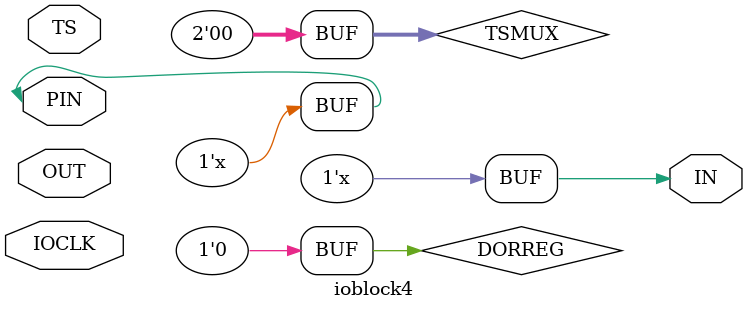
<source format=v>
module ioblock4(
	       inout  PIN,
	       input  TS,
	       input  OUT,
	       output IN,
	       input IOCLK
	       );
   
   reg 		     D;
   reg [2-1:0] 	     TSMUX;
   reg 		     DORREG;

   assign PIN = ( TSMUX == 2'b00 ) ? 1'bz : (( TSMUX == 2'b01 && TS == 1'b1 ) ? OUT : (( TSMUX == 2'b01 && TS == 1'b0 ) ? 1'bz : OUT));
   assign IN  = ( DORREG == 1'b0 ) ? PIN  : D;
   
   initial
     begin
	D=1'b0;
	TSMUX=2'b00;
	DORREG=1'b0;
     end
   
   always @(posedge IOCLK) D=PIN;
   
endmodule       

</source>
